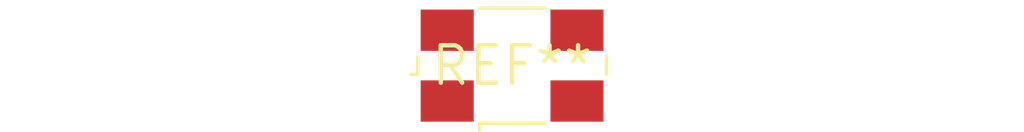
<source format=kicad_pcb>
(kicad_pcb (version 20240108) (generator pcbnew)
  (layers (0 "F.Cu" signal) (31 "B.Cu" signal) (34 "B.Paste" user) (35 "F.Paste" user) (36 "B.SilkS" user "B.Silkscreen") (37 "F.SilkS" user "F.Silkscreen") (38 "B.Mask" user) (39 "F.Mask" user) (44 "Edge.Cuts" user))
  (net 0 "")
  (footprint "Crystal_SMD_0603-4Pin_6.0x3.5mm" (layer "F.Cu") (at 0 0)
    (property "Reference" "REF**")
    (property "Value" "Crystal_SMD_0603-4Pin_6.0x3.5mm")
    (fp_line (start -3.44 0.3) (end -3.2 0.3) (layer "F.SilkS") (stroke (width 0.12)))
    (fp_line (start -3.2 0.3) (end -3.2 -0.3) (layer "F.SilkS") (stroke (width 0.12)))
    (fp_line (start -1.1 -1.95) (end 1.1 -1.95) (layer "F.SilkS") (stroke (width 0.12)))
    (fp_line (start -1.1 1.95) (end -1.1 2.19) (layer "F.SilkS") (stroke (width 0.12)))
    (fp_line (start 1.1 1.95) (end -1.1 1.95) (layer "F.SilkS") (stroke (width 0.12)))
    (fp_line (start 3.2 -0.3) (end 3.2 0.3) (layer "F.SilkS") (stroke (width 0.12)))
    (pad "1" smd rect (at -2.2 1.2) (size 1.8 1.4) (layers "F.Cu" "F.Paste" "F.Mask"))
    (pad "2" smd rect (at 2.2 1.2) (size 1.8 1.4) (layers "F.Cu" "F.Paste" "F.Mask"))
    (pad "3" smd rect (at 2.2 -1.2) (size 1.8 1.4) (layers "F.Cu" "F.Paste" "F.Mask"))
    (pad "4" smd rect (at -2.2 -1.2) (size 1.8 1.4) (layers "F.Cu" "F.Paste" "F.Mask"))
  )
)
</source>
